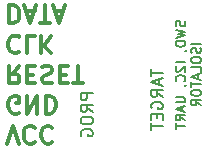
<source format=gbo>
G04 #@! TF.GenerationSoftware,KiCad,Pcbnew,5.1.8-db9833491~88~ubuntu20.04.1*
G04 #@! TF.CreationDate,2021-03-13T16:05:35+01:00*
G04 #@! TF.ProjectId,SWD_Isolator,5357445f-4973-46f6-9c61-746f722e6b69,rev?*
G04 #@! TF.SameCoordinates,PX4160928PY2f7a4c0*
G04 #@! TF.FileFunction,Legend,Bot*
G04 #@! TF.FilePolarity,Positive*
%FSLAX46Y46*%
G04 Gerber Fmt 4.6, Leading zero omitted, Abs format (unit mm)*
G04 Created by KiCad (PCBNEW 5.1.8-db9833491~88~ubuntu20.04.1) date 2021-03-13 16:05:35*
%MOMM*%
%LPD*%
G01*
G04 APERTURE LIST*
%ADD10C,0.150000*%
%ADD11C,0.200000*%
%ADD12C,0.300000*%
G04 APERTURE END LIST*
D10*
X20348809Y11016686D02*
X20386904Y10902400D01*
X20386904Y10711924D01*
X20348809Y10635734D01*
X20310714Y10597639D01*
X20234523Y10559543D01*
X20158333Y10559543D01*
X20082142Y10597639D01*
X20044047Y10635734D01*
X20005952Y10711924D01*
X19967857Y10864305D01*
X19929761Y10940496D01*
X19891666Y10978591D01*
X19815476Y11016686D01*
X19739285Y11016686D01*
X19663095Y10978591D01*
X19625000Y10940496D01*
X19586904Y10864305D01*
X19586904Y10673829D01*
X19625000Y10559543D01*
X19586904Y10292877D02*
X20386904Y10102400D01*
X19815476Y9950020D01*
X20386904Y9797639D01*
X19586904Y9607162D01*
X20386904Y9302400D02*
X19586904Y9302400D01*
X19586904Y9111924D01*
X19625000Y8997639D01*
X19701190Y8921448D01*
X19777380Y8883353D01*
X19929761Y8845258D01*
X20044047Y8845258D01*
X20196428Y8883353D01*
X20272619Y8921448D01*
X20348809Y8997639D01*
X20386904Y9111924D01*
X20386904Y9302400D01*
X20348809Y8464305D02*
X20386904Y8464305D01*
X20463095Y8502400D01*
X20501190Y8540496D01*
X20386904Y7511924D02*
X19586904Y7511924D01*
X19663095Y7169067D02*
X19625000Y7130972D01*
X19586904Y7054781D01*
X19586904Y6864305D01*
X19625000Y6788115D01*
X19663095Y6750020D01*
X19739285Y6711924D01*
X19815476Y6711924D01*
X19929761Y6750020D01*
X20386904Y7207162D01*
X20386904Y6711924D01*
X20310714Y5911924D02*
X20348809Y5950020D01*
X20386904Y6064305D01*
X20386904Y6140496D01*
X20348809Y6254781D01*
X20272619Y6330972D01*
X20196428Y6369067D01*
X20044047Y6407162D01*
X19929761Y6407162D01*
X19777380Y6369067D01*
X19701190Y6330972D01*
X19625000Y6254781D01*
X19586904Y6140496D01*
X19586904Y6064305D01*
X19625000Y5950020D01*
X19663095Y5911924D01*
X20348809Y5530972D02*
X20386904Y5530972D01*
X20463095Y5569067D01*
X20501190Y5607162D01*
X19586904Y4578591D02*
X20234523Y4578591D01*
X20310714Y4540496D01*
X20348809Y4502400D01*
X20386904Y4426210D01*
X20386904Y4273829D01*
X20348809Y4197639D01*
X20310714Y4159543D01*
X20234523Y4121448D01*
X19586904Y4121448D01*
X20158333Y3778591D02*
X20158333Y3397639D01*
X20386904Y3854781D02*
X19586904Y3588115D01*
X20386904Y3321448D01*
X20386904Y2597639D02*
X20005952Y2864305D01*
X20386904Y3054781D02*
X19586904Y3054781D01*
X19586904Y2750020D01*
X19625000Y2673829D01*
X19663095Y2635734D01*
X19739285Y2597639D01*
X19853571Y2597639D01*
X19929761Y2635734D01*
X19967857Y2673829D01*
X20005952Y2750020D01*
X20005952Y3054781D01*
X19586904Y2369067D02*
X19586904Y1911924D01*
X20386904Y2140496D02*
X19586904Y2140496D01*
X21736904Y9092877D02*
X20936904Y9092877D01*
X21698809Y8750020D02*
X21736904Y8635734D01*
X21736904Y8445258D01*
X21698809Y8369067D01*
X21660714Y8330972D01*
X21584523Y8292877D01*
X21508333Y8292877D01*
X21432142Y8330972D01*
X21394047Y8369067D01*
X21355952Y8445258D01*
X21317857Y8597639D01*
X21279761Y8673829D01*
X21241666Y8711924D01*
X21165476Y8750020D01*
X21089285Y8750020D01*
X21013095Y8711924D01*
X20975000Y8673829D01*
X20936904Y8597639D01*
X20936904Y8407162D01*
X20975000Y8292877D01*
X20936904Y7797639D02*
X20936904Y7645258D01*
X20975000Y7569067D01*
X21051190Y7492877D01*
X21203571Y7454781D01*
X21470238Y7454781D01*
X21622619Y7492877D01*
X21698809Y7569067D01*
X21736904Y7645258D01*
X21736904Y7797639D01*
X21698809Y7873829D01*
X21622619Y7950020D01*
X21470238Y7988115D01*
X21203571Y7988115D01*
X21051190Y7950020D01*
X20975000Y7873829D01*
X20936904Y7797639D01*
X21736904Y6730972D02*
X21736904Y7111924D01*
X20936904Y7111924D01*
X21508333Y6502400D02*
X21508333Y6121448D01*
X21736904Y6578591D02*
X20936904Y6311924D01*
X21736904Y6045258D01*
X20936904Y5892877D02*
X20936904Y5435734D01*
X21736904Y5664305D02*
X20936904Y5664305D01*
X20936904Y5016686D02*
X20936904Y4864305D01*
X20975000Y4788115D01*
X21051190Y4711924D01*
X21203571Y4673829D01*
X21470238Y4673829D01*
X21622619Y4711924D01*
X21698809Y4788115D01*
X21736904Y4864305D01*
X21736904Y5016686D01*
X21698809Y5092877D01*
X21622619Y5169067D01*
X21470238Y5207162D01*
X21203571Y5207162D01*
X21051190Y5169067D01*
X20975000Y5092877D01*
X20936904Y5016686D01*
X21736904Y3873829D02*
X21355952Y4140496D01*
X21736904Y4330972D02*
X20936904Y4330972D01*
X20936904Y4026210D01*
X20975000Y3950020D01*
X21013095Y3911924D01*
X21089285Y3873829D01*
X21203571Y3873829D01*
X21279761Y3911924D01*
X21317857Y3950020D01*
X21355952Y4026210D01*
X21355952Y4330972D01*
D11*
X17513380Y6916420D02*
X17513380Y6344991D01*
X18513380Y6630705D02*
X17513380Y6630705D01*
X18227666Y6059277D02*
X18227666Y5583086D01*
X18513380Y6154515D02*
X17513380Y5821181D01*
X18513380Y5487848D01*
X18513380Y4583086D02*
X18037190Y4916420D01*
X18513380Y5154515D02*
X17513380Y5154515D01*
X17513380Y4773562D01*
X17561000Y4678324D01*
X17608619Y4630705D01*
X17703857Y4583086D01*
X17846714Y4583086D01*
X17941952Y4630705D01*
X17989571Y4678324D01*
X18037190Y4773562D01*
X18037190Y5154515D01*
X17561000Y3630705D02*
X17513380Y3725943D01*
X17513380Y3868800D01*
X17561000Y4011658D01*
X17656238Y4106896D01*
X17751476Y4154515D01*
X17941952Y4202134D01*
X18084809Y4202134D01*
X18275285Y4154515D01*
X18370523Y4106896D01*
X18465761Y4011658D01*
X18513380Y3868800D01*
X18513380Y3773562D01*
X18465761Y3630705D01*
X18418142Y3583086D01*
X18084809Y3583086D01*
X18084809Y3773562D01*
X17989571Y3154515D02*
X17989571Y2821181D01*
X18513380Y2678324D02*
X18513380Y3154515D01*
X17513380Y3154515D01*
X17513380Y2678324D01*
X17513380Y2392610D02*
X17513380Y1821181D01*
X18513380Y2106896D02*
X17513380Y2106896D01*
D12*
X5292457Y631772D02*
X5792457Y2131772D01*
X6292457Y631772D01*
X7649600Y1988915D02*
X7578171Y2060343D01*
X7363885Y2131772D01*
X7221028Y2131772D01*
X7006742Y2060343D01*
X6863885Y1917486D01*
X6792457Y1774629D01*
X6721028Y1488915D01*
X6721028Y1274629D01*
X6792457Y988915D01*
X6863885Y846058D01*
X7006742Y703200D01*
X7221028Y631772D01*
X7363885Y631772D01*
X7578171Y703200D01*
X7649600Y774629D01*
X9149600Y1988915D02*
X9078171Y2060343D01*
X8863885Y2131772D01*
X8721028Y2131772D01*
X8506742Y2060343D01*
X8363885Y1917486D01*
X8292457Y1774629D01*
X8221028Y1488915D01*
X8221028Y1274629D01*
X8292457Y988915D01*
X8363885Y846058D01*
X8506742Y703200D01*
X8721028Y631772D01*
X8863885Y631772D01*
X9078171Y703200D01*
X9149600Y774629D01*
X6292457Y3253200D02*
X6149600Y3181772D01*
X5935314Y3181772D01*
X5721028Y3253200D01*
X5578171Y3396058D01*
X5506742Y3538915D01*
X5435314Y3824629D01*
X5435314Y4038915D01*
X5506742Y4324629D01*
X5578171Y4467486D01*
X5721028Y4610343D01*
X5935314Y4681772D01*
X6078171Y4681772D01*
X6292457Y4610343D01*
X6363885Y4538915D01*
X6363885Y4038915D01*
X6078171Y4038915D01*
X7006742Y4681772D02*
X7006742Y3181772D01*
X7863885Y4681772D01*
X7863885Y3181772D01*
X8578171Y4681772D02*
X8578171Y3181772D01*
X8935314Y3181772D01*
X9149600Y3253200D01*
X9292457Y3396058D01*
X9363885Y3538915D01*
X9435314Y3824629D01*
X9435314Y4038915D01*
X9363885Y4324629D01*
X9292457Y4467486D01*
X9149600Y4610343D01*
X8935314Y4681772D01*
X8578171Y4681772D01*
X6363885Y7231772D02*
X5863885Y6517486D01*
X5506742Y7231772D02*
X5506742Y5731772D01*
X6078171Y5731772D01*
X6221028Y5803200D01*
X6292457Y5874629D01*
X6363885Y6017486D01*
X6363885Y6231772D01*
X6292457Y6374629D01*
X6221028Y6446058D01*
X6078171Y6517486D01*
X5506742Y6517486D01*
X7006742Y6446058D02*
X7506742Y6446058D01*
X7721028Y7231772D02*
X7006742Y7231772D01*
X7006742Y5731772D01*
X7721028Y5731772D01*
X8292457Y7160343D02*
X8506742Y7231772D01*
X8863885Y7231772D01*
X9006742Y7160343D01*
X9078171Y7088915D01*
X9149600Y6946058D01*
X9149600Y6803200D01*
X9078171Y6660343D01*
X9006742Y6588915D01*
X8863885Y6517486D01*
X8578171Y6446058D01*
X8435314Y6374629D01*
X8363885Y6303200D01*
X8292457Y6160343D01*
X8292457Y6017486D01*
X8363885Y5874629D01*
X8435314Y5803200D01*
X8578171Y5731772D01*
X8935314Y5731772D01*
X9149600Y5803200D01*
X9792457Y6446058D02*
X10292457Y6446058D01*
X10506742Y7231772D02*
X9792457Y7231772D01*
X9792457Y5731772D01*
X10506742Y5731772D01*
X10935314Y5731772D02*
X11792457Y5731772D01*
X11363885Y7231772D02*
X11363885Y5731772D01*
X6363885Y9638915D02*
X6292457Y9710343D01*
X6078171Y9781772D01*
X5935314Y9781772D01*
X5721028Y9710343D01*
X5578171Y9567486D01*
X5506742Y9424629D01*
X5435314Y9138915D01*
X5435314Y8924629D01*
X5506742Y8638915D01*
X5578171Y8496058D01*
X5721028Y8353200D01*
X5935314Y8281772D01*
X6078171Y8281772D01*
X6292457Y8353200D01*
X6363885Y8424629D01*
X7721028Y9781772D02*
X7006742Y9781772D01*
X7006742Y8281772D01*
X8221028Y9781772D02*
X8221028Y8281772D01*
X9078171Y9781772D02*
X8435314Y8924629D01*
X9078171Y8281772D02*
X8221028Y9138915D01*
X5506742Y12331772D02*
X5506742Y10831772D01*
X5863885Y10831772D01*
X6078171Y10903200D01*
X6221028Y11046058D01*
X6292457Y11188915D01*
X6363885Y11474629D01*
X6363885Y11688915D01*
X6292457Y11974629D01*
X6221028Y12117486D01*
X6078171Y12260343D01*
X5863885Y12331772D01*
X5506742Y12331772D01*
X6935314Y11903200D02*
X7649600Y11903200D01*
X6792457Y12331772D02*
X7292457Y10831772D01*
X7792457Y12331772D01*
X8078171Y10831772D02*
X8935314Y10831772D01*
X8506742Y12331772D02*
X8506742Y10831772D01*
X9363885Y11903200D02*
X10078171Y11903200D01*
X9221028Y12331772D02*
X9721028Y10831772D01*
X10221028Y12331772D01*
D11*
X12568180Y4884515D02*
X11568180Y4884515D01*
X11568180Y4503562D01*
X11615800Y4408324D01*
X11663419Y4360705D01*
X11758657Y4313086D01*
X11901514Y4313086D01*
X11996752Y4360705D01*
X12044371Y4408324D01*
X12091990Y4503562D01*
X12091990Y4884515D01*
X12568180Y3313086D02*
X12091990Y3646420D01*
X12568180Y3884515D02*
X11568180Y3884515D01*
X11568180Y3503562D01*
X11615800Y3408324D01*
X11663419Y3360705D01*
X11758657Y3313086D01*
X11901514Y3313086D01*
X11996752Y3360705D01*
X12044371Y3408324D01*
X12091990Y3503562D01*
X12091990Y3884515D01*
X11568180Y2694039D02*
X11568180Y2503562D01*
X11615800Y2408324D01*
X11711038Y2313086D01*
X11901514Y2265467D01*
X12234847Y2265467D01*
X12425323Y2313086D01*
X12520561Y2408324D01*
X12568180Y2503562D01*
X12568180Y2694039D01*
X12520561Y2789277D01*
X12425323Y2884515D01*
X12234847Y2932134D01*
X11901514Y2932134D01*
X11711038Y2884515D01*
X11615800Y2789277D01*
X11568180Y2694039D01*
X11615800Y1313086D02*
X11568180Y1408324D01*
X11568180Y1551181D01*
X11615800Y1694039D01*
X11711038Y1789277D01*
X11806276Y1836896D01*
X11996752Y1884515D01*
X12139609Y1884515D01*
X12330085Y1836896D01*
X12425323Y1789277D01*
X12520561Y1694039D01*
X12568180Y1551181D01*
X12568180Y1455943D01*
X12520561Y1313086D01*
X12472942Y1265467D01*
X12139609Y1265467D01*
X12139609Y1455943D01*
M02*

</source>
